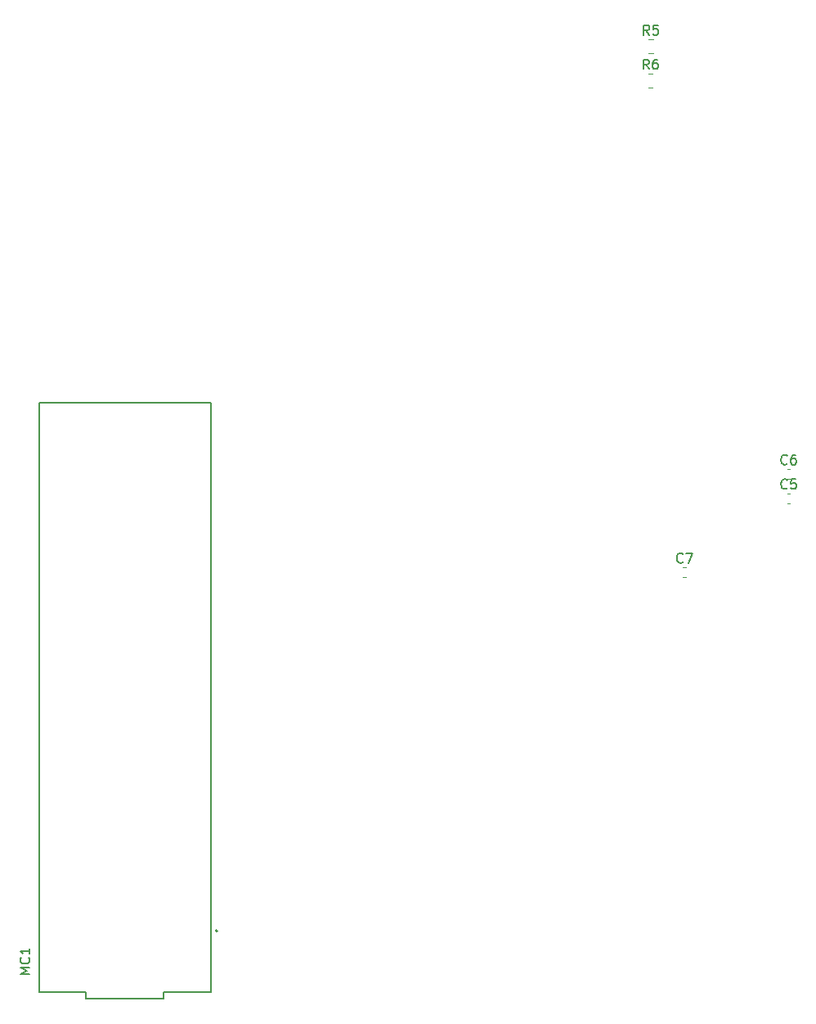
<source format=gbr>
%TF.GenerationSoftware,KiCad,Pcbnew,7.0.5*%
%TF.CreationDate,2023-06-16T10:57:35+02:00*%
%TF.ProjectId,maglev cv2,6d61676c-6576-4206-9376-322e6b696361,rev?*%
%TF.SameCoordinates,Original*%
%TF.FileFunction,Legend,Top*%
%TF.FilePolarity,Positive*%
%FSLAX46Y46*%
G04 Gerber Fmt 4.6, Leading zero omitted, Abs format (unit mm)*
G04 Created by KiCad (PCBNEW 7.0.5) date 2023-06-16 10:57:35*
%MOMM*%
%LPD*%
G01*
G04 APERTURE LIST*
%ADD10C,0.150000*%
%ADD11C,0.120000*%
%ADD12C,0.127000*%
%ADD13C,0.200000*%
G04 APERTURE END LIST*
D10*
%TO.C,R5*%
X200833333Y-48554819D02*
X200500000Y-48078628D01*
X200261905Y-48554819D02*
X200261905Y-47554819D01*
X200261905Y-47554819D02*
X200642857Y-47554819D01*
X200642857Y-47554819D02*
X200738095Y-47602438D01*
X200738095Y-47602438D02*
X200785714Y-47650057D01*
X200785714Y-47650057D02*
X200833333Y-47745295D01*
X200833333Y-47745295D02*
X200833333Y-47888152D01*
X200833333Y-47888152D02*
X200785714Y-47983390D01*
X200785714Y-47983390D02*
X200738095Y-48031009D01*
X200738095Y-48031009D02*
X200642857Y-48078628D01*
X200642857Y-48078628D02*
X200261905Y-48078628D01*
X201738095Y-47554819D02*
X201261905Y-47554819D01*
X201261905Y-47554819D02*
X201214286Y-48031009D01*
X201214286Y-48031009D02*
X201261905Y-47983390D01*
X201261905Y-47983390D02*
X201357143Y-47935771D01*
X201357143Y-47935771D02*
X201595238Y-47935771D01*
X201595238Y-47935771D02*
X201690476Y-47983390D01*
X201690476Y-47983390D02*
X201738095Y-48031009D01*
X201738095Y-48031009D02*
X201785714Y-48126247D01*
X201785714Y-48126247D02*
X201785714Y-48364342D01*
X201785714Y-48364342D02*
X201738095Y-48459580D01*
X201738095Y-48459580D02*
X201690476Y-48507200D01*
X201690476Y-48507200D02*
X201595238Y-48554819D01*
X201595238Y-48554819D02*
X201357143Y-48554819D01*
X201357143Y-48554819D02*
X201261905Y-48507200D01*
X201261905Y-48507200D02*
X201214286Y-48459580D01*
%TO.C,C5*%
X215098333Y-95419580D02*
X215050714Y-95467200D01*
X215050714Y-95467200D02*
X214907857Y-95514819D01*
X214907857Y-95514819D02*
X214812619Y-95514819D01*
X214812619Y-95514819D02*
X214669762Y-95467200D01*
X214669762Y-95467200D02*
X214574524Y-95371961D01*
X214574524Y-95371961D02*
X214526905Y-95276723D01*
X214526905Y-95276723D02*
X214479286Y-95086247D01*
X214479286Y-95086247D02*
X214479286Y-94943390D01*
X214479286Y-94943390D02*
X214526905Y-94752914D01*
X214526905Y-94752914D02*
X214574524Y-94657676D01*
X214574524Y-94657676D02*
X214669762Y-94562438D01*
X214669762Y-94562438D02*
X214812619Y-94514819D01*
X214812619Y-94514819D02*
X214907857Y-94514819D01*
X214907857Y-94514819D02*
X215050714Y-94562438D01*
X215050714Y-94562438D02*
X215098333Y-94610057D01*
X216003095Y-94514819D02*
X215526905Y-94514819D01*
X215526905Y-94514819D02*
X215479286Y-94991009D01*
X215479286Y-94991009D02*
X215526905Y-94943390D01*
X215526905Y-94943390D02*
X215622143Y-94895771D01*
X215622143Y-94895771D02*
X215860238Y-94895771D01*
X215860238Y-94895771D02*
X215955476Y-94943390D01*
X215955476Y-94943390D02*
X216003095Y-94991009D01*
X216003095Y-94991009D02*
X216050714Y-95086247D01*
X216050714Y-95086247D02*
X216050714Y-95324342D01*
X216050714Y-95324342D02*
X216003095Y-95419580D01*
X216003095Y-95419580D02*
X215955476Y-95467200D01*
X215955476Y-95467200D02*
X215860238Y-95514819D01*
X215860238Y-95514819D02*
X215622143Y-95514819D01*
X215622143Y-95514819D02*
X215526905Y-95467200D01*
X215526905Y-95467200D02*
X215479286Y-95419580D01*
%TO.C,C7*%
X204303333Y-103069580D02*
X204255714Y-103117200D01*
X204255714Y-103117200D02*
X204112857Y-103164819D01*
X204112857Y-103164819D02*
X204017619Y-103164819D01*
X204017619Y-103164819D02*
X203874762Y-103117200D01*
X203874762Y-103117200D02*
X203779524Y-103021961D01*
X203779524Y-103021961D02*
X203731905Y-102926723D01*
X203731905Y-102926723D02*
X203684286Y-102736247D01*
X203684286Y-102736247D02*
X203684286Y-102593390D01*
X203684286Y-102593390D02*
X203731905Y-102402914D01*
X203731905Y-102402914D02*
X203779524Y-102307676D01*
X203779524Y-102307676D02*
X203874762Y-102212438D01*
X203874762Y-102212438D02*
X204017619Y-102164819D01*
X204017619Y-102164819D02*
X204112857Y-102164819D01*
X204112857Y-102164819D02*
X204255714Y-102212438D01*
X204255714Y-102212438D02*
X204303333Y-102260057D01*
X204636667Y-102164819D02*
X205303333Y-102164819D01*
X205303333Y-102164819D02*
X204874762Y-103164819D01*
%TO.C,R6*%
X200787433Y-52100819D02*
X200454100Y-51624628D01*
X200216005Y-52100819D02*
X200216005Y-51100819D01*
X200216005Y-51100819D02*
X200596957Y-51100819D01*
X200596957Y-51100819D02*
X200692195Y-51148438D01*
X200692195Y-51148438D02*
X200739814Y-51196057D01*
X200739814Y-51196057D02*
X200787433Y-51291295D01*
X200787433Y-51291295D02*
X200787433Y-51434152D01*
X200787433Y-51434152D02*
X200739814Y-51529390D01*
X200739814Y-51529390D02*
X200692195Y-51577009D01*
X200692195Y-51577009D02*
X200596957Y-51624628D01*
X200596957Y-51624628D02*
X200216005Y-51624628D01*
X201644576Y-51100819D02*
X201454100Y-51100819D01*
X201454100Y-51100819D02*
X201358862Y-51148438D01*
X201358862Y-51148438D02*
X201311243Y-51196057D01*
X201311243Y-51196057D02*
X201216005Y-51338914D01*
X201216005Y-51338914D02*
X201168386Y-51529390D01*
X201168386Y-51529390D02*
X201168386Y-51910342D01*
X201168386Y-51910342D02*
X201216005Y-52005580D01*
X201216005Y-52005580D02*
X201263624Y-52053200D01*
X201263624Y-52053200D02*
X201358862Y-52100819D01*
X201358862Y-52100819D02*
X201549338Y-52100819D01*
X201549338Y-52100819D02*
X201644576Y-52053200D01*
X201644576Y-52053200D02*
X201692195Y-52005580D01*
X201692195Y-52005580D02*
X201739814Y-51910342D01*
X201739814Y-51910342D02*
X201739814Y-51672247D01*
X201739814Y-51672247D02*
X201692195Y-51577009D01*
X201692195Y-51577009D02*
X201644576Y-51529390D01*
X201644576Y-51529390D02*
X201549338Y-51481771D01*
X201549338Y-51481771D02*
X201358862Y-51481771D01*
X201358862Y-51481771D02*
X201263624Y-51529390D01*
X201263624Y-51529390D02*
X201216005Y-51577009D01*
X201216005Y-51577009D02*
X201168386Y-51672247D01*
%TO.C,MC1*%
X136689300Y-145713708D02*
X135689300Y-145713708D01*
X135689300Y-145713708D02*
X136403585Y-145380375D01*
X136403585Y-145380375D02*
X135689300Y-145047042D01*
X135689300Y-145047042D02*
X136689300Y-145047042D01*
X136594061Y-143999423D02*
X136641681Y-144047042D01*
X136641681Y-144047042D02*
X136689300Y-144189899D01*
X136689300Y-144189899D02*
X136689300Y-144285137D01*
X136689300Y-144285137D02*
X136641681Y-144427994D01*
X136641681Y-144427994D02*
X136546442Y-144523232D01*
X136546442Y-144523232D02*
X136451204Y-144570851D01*
X136451204Y-144570851D02*
X136260728Y-144618470D01*
X136260728Y-144618470D02*
X136117871Y-144618470D01*
X136117871Y-144618470D02*
X135927395Y-144570851D01*
X135927395Y-144570851D02*
X135832157Y-144523232D01*
X135832157Y-144523232D02*
X135736919Y-144427994D01*
X135736919Y-144427994D02*
X135689300Y-144285137D01*
X135689300Y-144285137D02*
X135689300Y-144189899D01*
X135689300Y-144189899D02*
X135736919Y-144047042D01*
X135736919Y-144047042D02*
X135784538Y-143999423D01*
X136689300Y-143047042D02*
X136689300Y-143618470D01*
X136689300Y-143332756D02*
X135689300Y-143332756D01*
X135689300Y-143332756D02*
X135832157Y-143427994D01*
X135832157Y-143427994D02*
X135927395Y-143523232D01*
X135927395Y-143523232D02*
X135975014Y-143618470D01*
%TO.C,C6*%
X215098333Y-92909580D02*
X215050714Y-92957200D01*
X215050714Y-92957200D02*
X214907857Y-93004819D01*
X214907857Y-93004819D02*
X214812619Y-93004819D01*
X214812619Y-93004819D02*
X214669762Y-92957200D01*
X214669762Y-92957200D02*
X214574524Y-92861961D01*
X214574524Y-92861961D02*
X214526905Y-92766723D01*
X214526905Y-92766723D02*
X214479286Y-92576247D01*
X214479286Y-92576247D02*
X214479286Y-92433390D01*
X214479286Y-92433390D02*
X214526905Y-92242914D01*
X214526905Y-92242914D02*
X214574524Y-92147676D01*
X214574524Y-92147676D02*
X214669762Y-92052438D01*
X214669762Y-92052438D02*
X214812619Y-92004819D01*
X214812619Y-92004819D02*
X214907857Y-92004819D01*
X214907857Y-92004819D02*
X215050714Y-92052438D01*
X215050714Y-92052438D02*
X215098333Y-92100057D01*
X215955476Y-92004819D02*
X215765000Y-92004819D01*
X215765000Y-92004819D02*
X215669762Y-92052438D01*
X215669762Y-92052438D02*
X215622143Y-92100057D01*
X215622143Y-92100057D02*
X215526905Y-92242914D01*
X215526905Y-92242914D02*
X215479286Y-92433390D01*
X215479286Y-92433390D02*
X215479286Y-92814342D01*
X215479286Y-92814342D02*
X215526905Y-92909580D01*
X215526905Y-92909580D02*
X215574524Y-92957200D01*
X215574524Y-92957200D02*
X215669762Y-93004819D01*
X215669762Y-93004819D02*
X215860238Y-93004819D01*
X215860238Y-93004819D02*
X215955476Y-92957200D01*
X215955476Y-92957200D02*
X216003095Y-92909580D01*
X216003095Y-92909580D02*
X216050714Y-92814342D01*
X216050714Y-92814342D02*
X216050714Y-92576247D01*
X216050714Y-92576247D02*
X216003095Y-92481009D01*
X216003095Y-92481009D02*
X215955476Y-92433390D01*
X215955476Y-92433390D02*
X215860238Y-92385771D01*
X215860238Y-92385771D02*
X215669762Y-92385771D01*
X215669762Y-92385771D02*
X215574524Y-92433390D01*
X215574524Y-92433390D02*
X215526905Y-92481009D01*
X215526905Y-92481009D02*
X215479286Y-92576247D01*
D11*
%TO.C,R5*%
X200772936Y-49015000D02*
X201227064Y-49015000D01*
X200772936Y-50485000D02*
X201227064Y-50485000D01*
%TO.C,C5*%
X215124420Y-95980000D02*
X215405580Y-95980000D01*
X215124420Y-97000000D02*
X215405580Y-97000000D01*
%TO.C,C7*%
X204329420Y-104650000D02*
X204610580Y-104650000D01*
X204329420Y-103630000D02*
X204610580Y-103630000D01*
%TO.C,R6*%
X200727036Y-52561000D02*
X201181164Y-52561000D01*
X200727036Y-54031000D02*
X201181164Y-54031000D01*
D12*
%TO.C,MC1*%
X150559481Y-148279185D02*
X142499481Y-148279185D01*
X137639481Y-147579185D02*
X142499481Y-147579185D01*
X137639481Y-147579185D02*
X137639481Y-86619185D01*
X142499481Y-147579185D02*
X142499481Y-148279185D01*
X150559481Y-147579185D02*
X150559481Y-148279185D01*
X155419481Y-147579185D02*
X150559481Y-147579185D01*
X137639481Y-86619185D02*
X155419481Y-86619185D01*
X155419481Y-86619185D02*
X155419481Y-147579185D01*
D13*
X156129481Y-141229185D02*
G75*
G03*
X156129481Y-141229185I-100000J0D01*
G01*
D11*
%TO.C,C6*%
X215124420Y-93470000D02*
X215405580Y-93470000D01*
X215124420Y-94490000D02*
X215405580Y-94490000D01*
%TD*%
M02*

</source>
